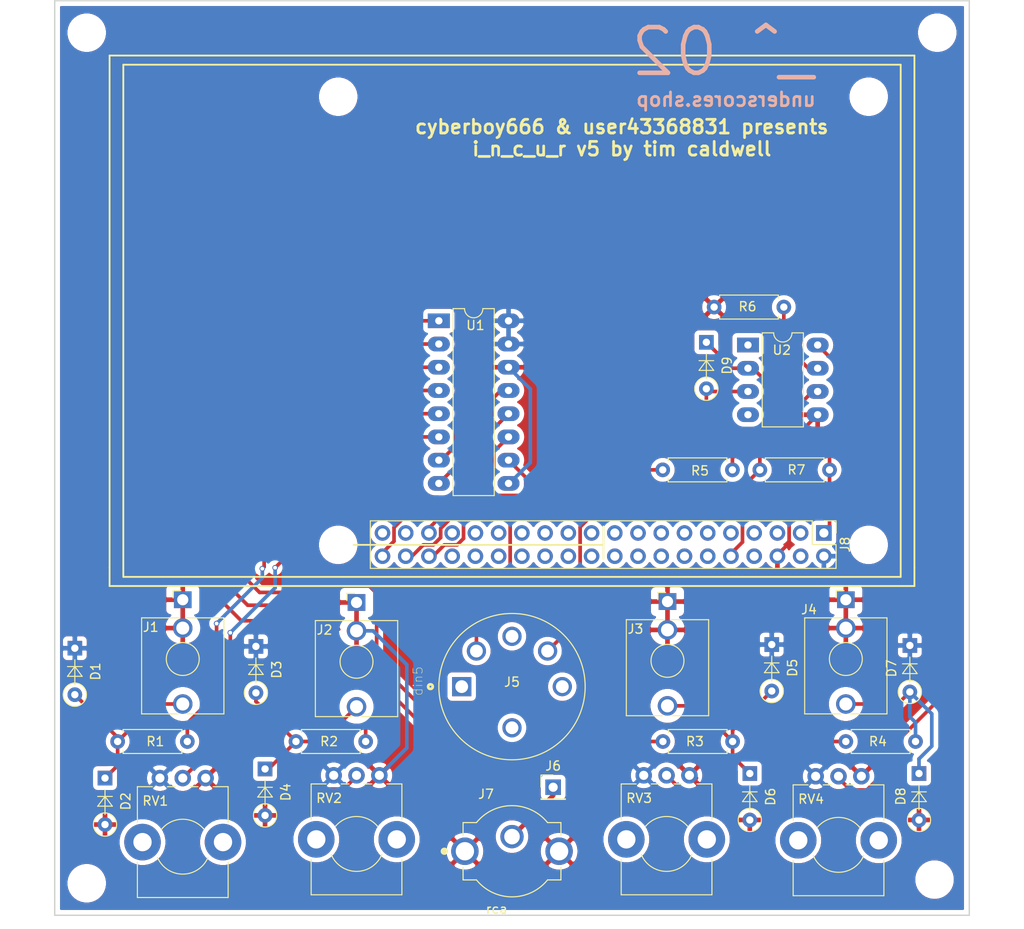
<source format=kicad_pcb>
(kicad_pcb (version 20171130) (host pcbnew 5.1.10)
  (title_block (title "i_n_c_u_r v5") (date 2019-06-01) (company "cyberboy666 & user43368831"))
  (layers (0 F.Cu signal) (31 B.Cu signal) (35 F.Paste user) (36 B.SilkS user) (37 F.SilkS user) (38 B.Mask user) (39 F.Mask user) (44 Edge.Cuts user))
  (net 0 "")
  (net 1 +5V)
  (net 2 "Net-(D1-Pad2)")
  (net 3 GND)
  (net 4 "Net-(D3-Pad2)")
  (net 5 "Net-(D5-Pad2)")
  (net 6 "Net-(D7-Pad2)")
  (net 7 "Net-(D9-Pad1)")
  (net 8 "Net-(D9-Pad2)")
  (net 9 "Net-(J5-Pad3)")
  (net 10 "Net-(J5-Pad1)")
  (net 11 "Net-(J5-Pad2)")
  (net 12 CLK)
  (net 13 D_OUT)
  (net 14 D_IN)
  (net 15 CS)
  (net 16 RX)
  (net 17 +3V3)
  (net 18 A_IN_0)
  (net 19 A_IN_1)
  (net 20 A_IN_2)
  (net 21 A_IN_3)
  (net 22 "Net-(R6-Pad2)")
  (net 23 A_IN_4)
  (net 24 A_IN_5)
  (net 25 A_IN_6)
  (net 26 A_IN_7)
  (net 27 "Net-(U2-Pad1)")
  (net 28 "Net-(U2-Pad4)")
  (net 29 "Net-(J6-Pad1)")
  (net 30 "Net-(J8-Pad3)")
  (net 31 "Net-(J8-Pad4)")
  (net 32 "Net-(J8-Pad5)")
  (net 33 "Net-(J8-Pad7)")
  (net 34 "Net-(J8-Pad8)")
  (net 35 "Net-(J8-Pad9)")
  (net 36 "Net-(J8-Pad11)")
  (net 37 "Net-(J8-Pad12)")
  (net 38 "Net-(J8-Pad13)")
  (net 39 "Net-(J8-Pad14)")
  (net 40 "Net-(J8-Pad15)")
  (net 41 "Net-(J8-Pad16)")
  (net 42 "Net-(J8-Pad17)")
  (net 43 "Net-(J8-Pad18)")
  (net 44 "Net-(J8-Pad19)")
  (net 45 "Net-(J8-Pad20)")
  (net 46 "Net-(J8-Pad21)")
  (net 47 "Net-(J8-Pad22)")
  (net 48 "Net-(J8-Pad23)")
  (net 49 "Net-(J8-Pad24)")
  (net 50 "Net-(J8-Pad25)")
  (net 51 "Net-(J8-Pad26)")
  (net 52 "Net-(J8-Pad27)")
  (net 53 "Net-(J8-Pad28)")
  (net 54 "Net-(J8-Pad29)")
  (net 55 "Net-(J8-Pad30)")
  (net 56 "Net-(J8-Pad31)")
  (net 57 "Net-(J8-Pad32)")
  (net 58 "Net-(J8-Pad33)")
  (net 59 "Net-(J8-Pad34)")
  (net 60 "Net-(J8-Pad37)")
  (net 61 "Net-(J8-Pad39)")
  (net 62 "Net-(J5-Pad4)")
  (module lib_fp:tht_vertical_din5 (layer F.Cu) (at 120 115 270)
    (fp_text reference J5 (at -0.5 0) (layer F.SilkS) (effects (font (size 1.00746 1.00746))))
    (fp_text value din5 (at -0.60531 10.288 90) (layer F.SilkS) (effects (font (size 1.00702 1.00702) (thickness 0.05))))
    (pad 5 thru_hole circle (at -3.89 -3.89 270) (size 2.1 2.1) (drill 1.4) (layers *.Cu *.Mask) (net 8 "Net-(D9-Pad2)"))
    (pad 4 thru_hole circle (at -3.89 3.89 270) (size 2.1 2.1) (drill 1.4) (layers *.Cu *.Mask) (net 62 "Net-(J5-Pad4)"))
    (pad S thru_hole circle (at 4.5 0 270) (size 2.1 2.1) (drill 1.4) (layers *.Cu *.Mask))
    (pad 2 thru_hole circle (at -5.5 0 270) (size 2.1 2.1) (drill 1.4) (layers *.Cu *.Mask) (net 11 "Net-(J5-Pad2)"))
    (pad 1 thru_hole rect (at 0 5.5 270) (size 2.1 2.1) (drill 1.4) (layers *.Cu *.Mask) (net 10 "Net-(J5-Pad1)"))
    (pad 3 thru_hole circle (at 0 -5.5 270) (size 2.1 2.1) (drill 1.4) (layers *.Cu *.Mask) (net 9 "Net-(J5-Pad3)"))
  )
  (module lib_fp:tht_rca_vertical (layer F.Cu) (at 120 133)
    (fp_text reference J7 (at -2.84404 -6.24388) (layer F.SilkS) (effects (font (size 1.00143 1.00143))))
    (fp_text value rca (at -1.67672 6.32154) (layer F.SilkS) (effects (font (size 1.00104 1.00104))))
    (pad 1 thru_hole circle (at 0 -1.6) (size 2.55 2.55) (drill 1.7) (layers *.Cu *.Mask) (net 29 "Net-(J6-Pad1)"))
    (pad 2 thru_hole circle (at 5.15 0) (size 3 3) (drill 2) (layers *.Cu *.Mask) (net 3 GND))
    (pad 2 thru_hole circle (at -5.15 0) (size 3 3) (drill 2) (layers *.Cu *.Mask) (net 3 GND))
  )
  (module lib_fp:tht_vertical_potentiometer (layer F.Cu) (at 81.5 125 270)
    (fp_text reference RV1 (at 2.5 0.5) (layer F.SilkS))
    (fp_text value 10k_pot)
    (pad 0 np_thru_hole circle (at 7 1.9 270) (size 4 4) (drill 2) (layers *.Cu *.Mask))
    (pad 0 np_thru_hole circle (at 7 -6.9 270) (size 4 4) (drill 2) (layers *.Cu *.Mask))
    (pad 1 thru_hole circle (at 0 0 270) (size 1.8 1.8) (drill 1) (layers *.Cu *.Mask) (net 1 +5V))
    (pad 2 thru_hole circle (at 0 -2.5 270) (size 1.8 1.8) (drill 1) (layers *.Cu *.Mask) (net 23 A_IN_4))
    (pad 3 thru_hole circle (at 0 -5 270) (size 1.8 1.8) (drill 1) (layers *.Cu *.Mask) (net 3 GND))
  )
  (module lib_fp:tht_vertical_potentiometer (layer F.Cu) (at 100.5 124.7 270)
    (fp_text reference RV2 (at 2.5 0.5) (layer F.SilkS))
    (fp_text value 10k_pot)
    (pad 0 np_thru_hole circle (at 7 1.9 270) (size 4 4) (drill 2) (layers *.Cu *.Mask))
    (pad 0 np_thru_hole circle (at 7 -6.9 270) (size 4 4) (drill 2) (layers *.Cu *.Mask))
    (pad 1 thru_hole circle (at 0 0 270) (size 1.8 1.8) (drill 1) (layers *.Cu *.Mask) (net 1 +5V))
    (pad 2 thru_hole circle (at 0 -2.5 270) (size 1.8 1.8) (drill 1) (layers *.Cu *.Mask) (net 24 A_IN_5))
    (pad 3 thru_hole circle (at 0 -5 270) (size 1.8 1.8) (drill 1) (layers *.Cu *.Mask) (net 3 GND))
  )
  (module lib_fp:tht_vertical_potentiometer (layer F.Cu) (at 134.4 124.7 270)
    (fp_text reference RV3 (at 2.5 0.5) (layer F.SilkS))
    (fp_text value 10k_pot)
    (pad 0 np_thru_hole circle (at 7 1.9 270) (size 4 4) (drill 2) (layers *.Cu *.Mask))
    (pad 0 np_thru_hole circle (at 7 -6.9 270) (size 4 4) (drill 2) (layers *.Cu *.Mask))
    (pad 1 thru_hole circle (at 0 0 270) (size 1.8 1.8) (drill 1) (layers *.Cu *.Mask) (net 1 +5V))
    (pad 2 thru_hole circle (at 0 -2.5 270) (size 1.8 1.8) (drill 1) (layers *.Cu *.Mask) (net 25 A_IN_6))
    (pad 3 thru_hole circle (at 0 -5 270) (size 1.8 1.8) (drill 1) (layers *.Cu *.Mask) (net 3 GND))
  )
  (module lib_fp:tht_vertical_potentiometer (layer F.Cu) (at 153.2 124.8 270)
    (fp_text reference RV4 (at 2.5 0.5) (layer F.SilkS))
    (fp_text value 10k_pot)
    (pad 0 np_thru_hole circle (at 7 1.9 270) (size 4 4) (drill 2) (layers *.Cu *.Mask))
    (pad 0 np_thru_hole circle (at 7 -6.9 270) (size 4 4) (drill 2) (layers *.Cu *.Mask))
    (pad 1 thru_hole circle (at 0 0 270) (size 1.8 1.8) (drill 1) (layers *.Cu *.Mask) (net 1 +5V))
    (pad 2 thru_hole circle (at 0 -2.5 270) (size 1.8 1.8) (drill 1) (layers *.Cu *.Mask) (net 26 A_IN_7))
    (pad 3 thru_hole circle (at 0 -5 270) (size 1.8 1.8) (drill 1) (layers *.Cu *.Mask) (net 3 GND))
  )
  (module lib_fp:Jack_3.5mm_QingPu_WQP-PJ398SM_Vertical_CircularHoles (layer F.Cu) (at 84 105.5)
    (fp_text reference J1 (at -3.5 3 180) (layer F.SilkS))
    (fp_text value mono_jack_3.5mm)
    (pad TN thru_hole circle (at 0 3.1 180) (size 2.13 2.13) (drill 1.42) (layers *.Cu *.Mask))
    (pad S thru_hole rect (at 0 0 180) (size 1.93 1.83) (drill 1.22) (layers *.Cu *.Mask))
    (pad T thru_hole circle (at 0 11.4 180) (size 2.13 2.13) (drill 1.43) (layers *.Cu *.Mask))
  )
  (module lib_fp:Jack_3.5mm_QingPu_WQP-PJ398SM_Vertical_CircularHoles (layer F.Cu) (at 103 105.8)
    (fp_text reference J2 (at -3.5 3 180) (layer F.SilkS))
    (fp_text value mono_jack_3.5mm)
    (pad TN thru_hole circle (at 0 3.1 180) (size 2.13 2.13) (drill 1.42) (layers *.Cu *.Mask))
    (pad S thru_hole rect (at 0 0 180) (size 1.93 1.83) (drill 1.22) (layers *.Cu *.Mask))
    (pad T thru_hole circle (at 0 11.4 180) (size 2.13 2.13) (drill 1.43) (layers *.Cu *.Mask))
  )
  (module lib_fp:Jack_3.5mm_QingPu_WQP-PJ398SM_Vertical_CircularHoles (layer F.Cu) (at 137 105.7)
    (fp_text reference J3 (at -3.5 3 180) (layer F.SilkS))
    (fp_text value mono_jack_3.5mm)
    (pad TN thru_hole circle (at 0 3.1 180) (size 2.13 2.13) (drill 1.42) (layers *.Cu *.Mask))
    (pad S thru_hole rect (at 0 0 180) (size 1.93 1.83) (drill 1.22) (layers *.Cu *.Mask))
    (pad T thru_hole circle (at 0 11.4 180) (size 2.13 2.13) (drill 1.43) (layers *.Cu *.Mask))
  )
  (module lib_fp:Jack_3.5mm_QingPu_WQP-PJ398SM_Vertical_CircularHoles (layer F.Cu) (at 156.5 105.5)
    (fp_text reference J4 (at -4.03 1.08 180) (layer F.SilkS))
    (fp_text value mono_jack_3.5mm)
    (pad TN thru_hole circle (at 0 3.1 180) (size 2.13 2.13) (drill 1.42) (layers *.Cu *.Mask))
    (pad S thru_hole rect (at 0 0 180) (size 1.93 1.83) (drill 1.22) (layers *.Cu *.Mask))
    (pad T thru_hole circle (at 0 11.4 180) (size 2.13 2.13) (drill 1.43) (layers *.Cu *.Mask))
  )
  (module Diodes_THT:D_DO-35_SOD27_P5.08mm_Vertical_KathodeUp (layer F.Cu) (at 72.2 110.8 270)
    (fp_text reference D1 (at 2.54 -2.266371 270) (layer F.SilkS))
    (fp_text value BAT46)
    (pad 1 thru_hole rect (at 0 0 270) (size 1.6 1.6) (drill 0.8) (layers *.Cu *.Mask) (net 1 +5V))
    (pad 2 thru_hole oval (at 5.08 0 270) (size 1.6 1.6) (drill 0.8) (layers *.Cu *.Mask) (net 2 "Net-(D1-Pad2)"))
  )
  (module Diodes_THT:D_DO-35_SOD27_P5.08mm_Vertical_KathodeUp (layer F.Cu) (at 75.5 125 270)
    (fp_text reference D2 (at 2.54 -2.266371 270) (layer F.SilkS))
    (fp_text value BAT46)
    (pad 1 thru_hole rect (at 0 0 270) (size 1.6 1.6) (drill 0.8) (layers *.Cu *.Mask) (net 2 "Net-(D1-Pad2)"))
    (pad 2 thru_hole oval (at 5.08 0 270) (size 1.6 1.6) (drill 0.8) (layers *.Cu *.Mask) (net 3 GND))
  )
  (module Diodes_THT:D_DO-35_SOD27_P5.08mm_Vertical_KathodeUp (layer F.Cu) (at 92 110.6 270)
    (fp_text reference D3 (at 2.54 -2.266371 270) (layer F.SilkS))
    (fp_text value BAT46)
    (pad 1 thru_hole rect (at 0 0 270) (size 1.6 1.6) (drill 0.8) (layers *.Cu *.Mask) (net 1 +5V))
    (pad 2 thru_hole oval (at 5.08 0 270) (size 1.6 1.6) (drill 0.8) (layers *.Cu *.Mask) (net 4 "Net-(D3-Pad2)"))
  )
  (module Diodes_THT:D_DO-35_SOD27_P5.08mm_Vertical_KathodeUp (layer F.Cu) (at 93 124 270)
    (fp_text reference D4 (at 2.54 -2.266371 270) (layer F.SilkS))
    (fp_text value BAT46)
    (pad 1 thru_hole rect (at 0 0 270) (size 1.6 1.6) (drill 0.8) (layers *.Cu *.Mask) (net 4 "Net-(D3-Pad2)"))
    (pad 2 thru_hole oval (at 5.08 0 270) (size 1.6 1.6) (drill 0.8) (layers *.Cu *.Mask) (net 3 GND))
  )
  (module Diodes_THT:D_DO-35_SOD27_P5.08mm_Vertical_KathodeUp (layer F.Cu) (at 148.4 110.4 270)
    (fp_text reference D5 (at 2.54 -2.266371 270) (layer F.SilkS))
    (fp_text value BAT46)
    (pad 1 thru_hole rect (at 0 0 270) (size 1.6 1.6) (drill 0.8) (layers *.Cu *.Mask) (net 1 +5V))
    (pad 2 thru_hole oval (at 5.08 0 270) (size 1.6 1.6) (drill 0.8) (layers *.Cu *.Mask) (net 5 "Net-(D5-Pad2)"))
  )
  (module Diodes_THT:D_DO-35_SOD27_P5.08mm_Vertical_KathodeUp (layer F.Cu) (at 146 124.5 270)
    (fp_text reference D6 (at 2.54 -2.266371 270) (layer F.SilkS))
    (fp_text value BAT46)
    (pad 1 thru_hole rect (at 0 0 270) (size 1.6 1.6) (drill 0.8) (layers *.Cu *.Mask) (net 5 "Net-(D5-Pad2)"))
    (pad 2 thru_hole oval (at 5.08 0 270) (size 1.6 1.6) (drill 0.8) (layers *.Cu *.Mask) (net 3 GND))
  )
  (module Diodes_THT:D_DO-35_SOD27_P5.08mm_Vertical_KathodeUp (layer F.Cu) (at 163.5 110.5 270)
    (fp_text reference D7 (at 2.5 2 270) (layer F.SilkS))
    (fp_text value BAT46)
    (pad 1 thru_hole rect (at 0 0 270) (size 1.6 1.6) (drill 0.8) (layers *.Cu *.Mask) (net 1 +5V))
    (pad 2 thru_hole oval (at 5.08 0 270) (size 1.6 1.6) (drill 0.8) (layers *.Cu *.Mask) (net 6 "Net-(D7-Pad2)"))
  )
  (module Diodes_THT:D_DO-35_SOD27_P5.08mm_Vertical_KathodeUp (layer F.Cu) (at 164.5 124.5 270)
    (fp_text reference D8 (at 2.5 2 270) (layer F.SilkS))
    (fp_text value BAT46)
    (pad 1 thru_hole rect (at 0 0 270) (size 1.6 1.6) (drill 0.8) (layers *.Cu *.Mask) (net 6 "Net-(D7-Pad2)"))
    (pad 2 thru_hole oval (at 5.08 0 270) (size 1.6 1.6) (drill 0.8) (layers *.Cu *.Mask) (net 3 GND))
  )
  (module Diodes_THT:D_DO-35_SOD27_P5.08mm_Vertical_KathodeUp (layer F.Cu) (at 141.25 77.35 270)
    (fp_text reference D9 (at 2.54 -2.266371 270) (layer F.SilkS))
    (fp_text value 1N4148)
    (pad 1 thru_hole rect (at 0 0 270) (size 1.6 1.6) (drill 0.8) (layers *.Cu *.Mask) (net 7 "Net-(D9-Pad1)"))
    (pad 2 thru_hole oval (at 5.08 0 270) (size 1.6 1.6) (drill 0.8) (layers *.Cu *.Mask) (net 8 "Net-(D9-Pad2)"))
  )
  (module Pin_Headers:Pin_Header_Straight_1x01_Pitch2.54mm (layer F.Cu) (at 124.5 126)
    (fp_text reference J6 (at 0 -2.33) (layer F.SilkS))
    (fp_text value Conn_01x01)
    (pad 1 thru_hole rect (at 0 0) (size 1.7 1.7) (drill 1) (layers *.Cu *.Mask) (net 29 "Net-(J6-Pad1)"))
  )
  (module Resistors_THT:R_Axial_DIN0207_L6.3mm_D2.5mm_P7.62mm_Horizontal (layer F.Cu) (at 84.5 121 180)
    (fp_text reference R1 (at 3.5 0 180) (layer F.SilkS))
    (fp_text value 1K)
    (pad 1 thru_hole circle (at 0 0 180) (size 1.6 1.6) (drill 0.8) (layers *.Cu *.Mask) (net 18 A_IN_0))
    (pad 2 thru_hole oval (at 7.62 0 180) (size 1.6 1.6) (drill 0.8) (layers *.Cu *.Mask) (net 2 "Net-(D1-Pad2)"))
  )
  (module Resistors_THT:R_Axial_DIN0207_L6.3mm_D2.5mm_P7.62mm_Horizontal (layer F.Cu) (at 104 121 180)
    (fp_text reference R2 (at 4 0 180) (layer F.SilkS))
    (fp_text value 1K)
    (pad 1 thru_hole circle (at 0 0 180) (size 1.6 1.6) (drill 0.8) (layers *.Cu *.Mask) (net 19 A_IN_1))
    (pad 2 thru_hole oval (at 7.62 0 180) (size 1.6 1.6) (drill 0.8) (layers *.Cu *.Mask) (net 4 "Net-(D3-Pad2)"))
  )
  (module Resistors_THT:R_Axial_DIN0207_L6.3mm_D2.5mm_P7.62mm_Horizontal (layer F.Cu) (at 136.5 121)
    (fp_text reference R3 (at 3.5 0) (layer F.SilkS))
    (fp_text value 1K)
    (pad 1 thru_hole circle (at 0 0) (size 1.6 1.6) (drill 0.8) (layers *.Cu *.Mask) (net 20 A_IN_2))
    (pad 2 thru_hole oval (at 7.62 0) (size 1.6 1.6) (drill 0.8) (layers *.Cu *.Mask) (net 5 "Net-(D5-Pad2)"))
  )
  (module Resistors_THT:R_Axial_DIN0207_L6.3mm_D2.5mm_P7.62mm_Horizontal (layer F.Cu) (at 156.5 121)
    (fp_text reference R4 (at 3.5 0) (layer F.SilkS))
    (fp_text value 1K)
    (pad 1 thru_hole circle (at 0 0) (size 1.6 1.6) (drill 0.8) (layers *.Cu *.Mask) (net 21 A_IN_3))
    (pad 2 thru_hole oval (at 7.62 0) (size 1.6 1.6) (drill 0.8) (layers *.Cu *.Mask) (net 6 "Net-(D7-Pad2)"))
  )
  (module Resistors_THT:R_Axial_DIN0207_L6.3mm_D2.5mm_P7.62mm_Horizontal (layer F.Cu) (at 144.1 91.3 180)
    (fp_text reference R5 (at 3.55 -0.1 180) (layer F.SilkS))
    (fp_text value 220)
    (pad 1 thru_hole circle (at 0 0 180) (size 1.6 1.6) (drill 0.8) (layers *.Cu *.Mask) (net 7 "Net-(D9-Pad1)"))
    (pad 2 thru_hole oval (at 7.62 0 180) (size 1.6 1.6) (drill 0.8) (layers *.Cu *.Mask) (net 62 "Net-(J5-Pad4)"))
  )
  (module Resistors_THT:R_Axial_DIN0207_L6.3mm_D2.5mm_P7.62mm_Horizontal (layer F.Cu) (at 142.1 73.5)
    (fp_text reference R6 (at 3.65 -0.05) (layer F.SilkS))
    (fp_text value 100K)
    (pad 1 thru_hole circle (at 0 0) (size 1.6 1.6) (drill 0.8) (layers *.Cu *.Mask) (net 3 GND))
    (pad 2 thru_hole oval (at 7.62 0) (size 1.6 1.6) (drill 0.8) (layers *.Cu *.Mask) (net 22 "Net-(R6-Pad2)"))
  )
  (module Resistors_THT:R_Axial_DIN0207_L6.3mm_D2.5mm_P7.62mm_Horizontal (layer F.Cu) (at 147.1 91.3)
    (fp_text reference R7 (at 4 0) (layer F.SilkS))
    (fp_text value 470)
    (pad 1 thru_hole circle (at 0 0) (size 1.6 1.6) (drill 0.8) (layers *.Cu *.Mask) (net 16 RX))
    (pad 2 thru_hole oval (at 7.62 0) (size 1.6 1.6) (drill 0.8) (layers *.Cu *.Mask) (net 17 +3V3))
  )
  (module Housings_DIP:DIP-16_W7.62mm_LongPads (layer F.Cu) (at 112 75)
    (fp_text reference U1 (at 4 0.5) (layer F.SilkS))
    (fp_text value MCP3008)
    (pad 1 thru_hole rect (at 0 0) (size 2.4 1.6) (drill 0.8) (layers *.Cu *.Mask) (net 18 A_IN_0))
    (pad 9 thru_hole oval (at 7.62 17.78) (size 2.4 1.6) (drill 0.8) (layers *.Cu *.Mask) (net 3 GND))
    (pad 2 thru_hole oval (at 0 2.54) (size 2.4 1.6) (drill 0.8) (layers *.Cu *.Mask) (net 19 A_IN_1))
    (pad 10 thru_hole oval (at 7.62 15.24) (size 2.4 1.6) (drill 0.8) (layers *.Cu *.Mask) (net 15 CS))
    (pad 3 thru_hole oval (at 0 5.08) (size 2.4 1.6) (drill 0.8) (layers *.Cu *.Mask) (net 20 A_IN_2))
    (pad 11 thru_hole oval (at 7.62 12.7) (size 2.4 1.6) (drill 0.8) (layers *.Cu *.Mask) (net 14 D_IN))
    (pad 4 thru_hole oval (at 0 7.62) (size 2.4 1.6) (drill 0.8) (layers *.Cu *.Mask) (net 21 A_IN_3))
    (pad 12 thru_hole oval (at 7.62 10.16) (size 2.4 1.6) (drill 0.8) (layers *.Cu *.Mask) (net 13 D_OUT))
    (pad 5 thru_hole oval (at 0 10.16) (size 2.4 1.6) (drill 0.8) (layers *.Cu *.Mask) (net 23 A_IN_4))
    (pad 13 thru_hole oval (at 7.62 7.62) (size 2.4 1.6) (drill 0.8) (layers *.Cu *.Mask) (net 12 CLK))
    (pad 6 thru_hole oval (at 0 12.7) (size 2.4 1.6) (drill 0.8) (layers *.Cu *.Mask) (net 24 A_IN_5))
    (pad 14 thru_hole oval (at 7.62 5.08) (size 2.4 1.6) (drill 0.8) (layers *.Cu *.Mask) (net 3 GND))
    (pad 7 thru_hole oval (at 0 15.24) (size 2.4 1.6) (drill 0.8) (layers *.Cu *.Mask) (net 25 A_IN_6))
    (pad 15 thru_hole oval (at 7.62 2.54) (size 2.4 1.6) (drill 0.8) (layers *.Cu *.Mask) (net 1 +5V))
    (pad 8 thru_hole oval (at 0 17.78) (size 2.4 1.6) (drill 0.8) (layers *.Cu *.Mask) (net 26 A_IN_7))
    (pad 16 thru_hole oval (at 7.62 0) (size 2.4 1.6) (drill 0.8) (layers *.Cu *.Mask) (net 1 +5V))
  )
  (module Housings_DIP:DIP-8_W7.62mm_LongPads (layer F.Cu) (at 145.8 77.65)
    (fp_text reference U2 (at 3.7 0.55) (layer F.SilkS))
    (fp_text value 6N138)
    (pad 1 thru_hole rect (at 0 0) (size 2.4 1.6) (drill 0.8) (layers *.Cu *.Mask) (net 27 "Net-(U2-Pad1)"))
    (pad 5 thru_hole oval (at 7.62 7.62) (size 2.4 1.6) (drill 0.8) (layers *.Cu *.Mask) (net 3 GND))
    (pad 2 thru_hole oval (at 0 2.54) (size 2.4 1.6) (drill 0.8) (layers *.Cu *.Mask) (net 7 "Net-(D9-Pad1)"))
    (pad 6 thru_hole oval (at 7.62 5.08) (size 2.4 1.6) (drill 0.8) (layers *.Cu *.Mask) (net 16 RX))
    (pad 3 thru_hole oval (at 0 5.08) (size 2.4 1.6) (drill 0.8) (layers *.Cu *.Mask) (net 8 "Net-(D9-Pad2)"))
    (pad 7 thru_hole oval (at 7.62 2.54) (size 2.4 1.6) (drill 0.8) (layers *.Cu *.Mask) (net 22 "Net-(R6-Pad2)"))
    (pad 4 thru_hole oval (at 0 7.62) (size 2.4 1.6) (drill 0.8) (layers *.Cu *.Mask) (net 28 "Net-(U2-Pad4)"))
    (pad 8 thru_hole oval (at 7.62 0) (size 2.4 1.6) (drill 0.8) (layers *.Cu *.Mask) (net 17 +3V3))
  )
  (module Mounting_Holes:MountingHole_3.2mm_M3 (layer F.Cu) (at 73.5 43.5)
    (fp_text reference REF** hide)
    (fp_text value MountingHole_3.2mm_M3)
    (pad 1 np_thru_hole circle (at 0 0) (size 3.2 3.2) (drill 3.2) (layers *.Cu *.Mask))
  )
  (module Mounting_Holes:MountingHole_3.2mm_M3 (layer F.Cu) (at 166.5 43.5)
    (fp_text reference REF** hide)
    (fp_text value MountingHole_3.2mm_M3)
    (pad 1 np_thru_hole circle (at 0 0) (size 3.2 3.2) (drill 3.2) (layers *.Cu *.Mask))
  )
  (module Mounting_Holes:MountingHole_3.2mm_M3 (layer F.Cu) (at 73.5 136.5)
    (fp_text reference REF** hide)
    (fp_text value MountingHole_3.2mm_M3)
    (pad 1 np_thru_hole circle (at 0 0) (size 3.2 3.2) (drill 3.2) (layers *.Cu *.Mask))
  )
  (module Mounting_Holes:MountingHole_3.2mm_M3 (layer F.Cu) (at 166.2 136.1)
    (fp_text reference REF** hide)
    (fp_text value MountingHole_3.2mm_M3)
    (pad 1 np_thru_hole circle (at 0 0) (size 3.2 3.2) (drill 3.2) (layers *.Cu *.Mask))
  )
  (module Mounting_Holes:MountingHole_3.2mm_M3 (layer F.Cu) (at 101 50.5)
    (fp_text reference REF** hide)
    (fp_text value MountingHole_3.2mm)
    (pad 1 np_thru_hole circle (at 0 0) (size 3.2 3.2) (drill 3.2) (layers *.Cu *.Mask))
  )
  (module Mounting_Holes:MountingHole_3.2mm_M3 (layer F.Cu) (at 159 50.5)
    (fp_text reference REF** hide)
    (fp_text value MountingHole_3.2mm)
    (pad 1 np_thru_hole circle (at 0 0) (size 3.2 3.2) (drill 3.2) (layers *.Cu *.Mask))
  )
  (module Mounting_Holes:MountingHole_3.2mm_M3 (layer F.Cu) (at 159 99.5)
    (fp_text reference REF** hide)
    (fp_text value MountingHole_3.2mm)
    (pad 1 np_thru_hole circle (at 0 0) (size 3.2 3.2) (drill 3.2) (layers *.Cu *.Mask))
  )
  (module Mounting_Holes:MountingHole_3.2mm_M3 (layer F.Cu) (at 101 99.5)
    (fp_text reference REF** hide)
    (fp_text value MountingHole_3.2mm)
    (pad 1 np_thru_hole circle (at 0 0) (size 3.2 3.2) (drill 3.2) (layers *.Cu *.Mask))
  )
  (module Connector_PinHeader_2.54mm:PinHeader_2x20_P2.54mm_Vertical (layer F.Cu) (at 154.1 98.2 270)
    (fp_text reference J8 (at 1.27 -2.33 90) (layer F.SilkS))
    (fp_text value 2x20_Extra_Tall_Header)
    (pad 1 thru_hole rect (at 0 0 270) (size 1.7 1.7) (drill 1) (layers *.Cu *.Mask) (net 17 +3V3))
    (pad 2 thru_hole oval (at 2.54 0 270) (size 1.7 1.7) (drill 1) (layers *.Cu *.Mask) (net 1 +5V))
    (pad 3 thru_hole oval (at 0 2.54 270) (size 1.7 1.7) (drill 1) (layers *.Cu *.Mask) (net 30 "Net-(J8-Pad3)"))
    (pad 4 thru_hole oval (at 2.54 2.54 270) (size 1.7 1.7) (drill 1) (layers *.Cu *.Mask) (net 31 "Net-(J8-Pad4)"))
    (pad 5 thru_hole oval (at 0 5.08 270) (size 1.7 1.7) (drill 1) (layers *.Cu *.Mask) (net 32 "Net-(J8-Pad5)"))
    (pad 6 thru_hole oval (at 2.54 5.08 270) (size 1.7 1.7) (drill 1) (layers *.Cu *.Mask) (net 3 GND))
    (pad 7 thru_hole oval (at 0 7.62 270) (size 1.7 1.7) (drill 1) (layers *.Cu *.Mask) (net 33 "Net-(J8-Pad7)"))
    (pad 8 thru_hole oval (at 2.54 7.62 270) (size 1.7 1.7) (drill 1) (layers *.Cu *.Mask) (net 34 "Net-(J8-Pad8)"))
    (pad 9 thru_hole oval (at 0 10.16 270) (size 1.7 1.7) (drill 1) (layers *.Cu *.Mask) (net 35 "Net-(J8-Pad9)"))
    (pad 10 thru_hole oval (at 2.54 10.16 270) (size 1.7 1.7) (drill 1) (layers *.Cu *.Mask) (net 16 RX))
    (pad 11 thru_hole oval (at 0 12.7 270) (size 1.7 1.7) (drill 1) (layers *.Cu *.Mask) (net 36 "Net-(J8-Pad11)"))
    (pad 12 thru_hole oval (at 2.54 12.7 270) (size 1.7 1.7) (drill 1) (layers *.Cu *.Mask) (net 37 "Net-(J8-Pad12)"))
    (pad 13 thru_hole oval (at 0 15.24 270) (size 1.7 1.7) (drill 1) (layers *.Cu *.Mask) (net 38 "Net-(J8-Pad13)"))
    (pad 14 thru_hole oval (at 2.54 15.24 270) (size 1.7 1.7) (drill 1) (layers *.Cu *.Mask) (net 39 "Net-(J8-Pad14)"))
    (pad 15 thru_hole oval (at 0 17.78 270) (size 1.7 1.7) (drill 1) (layers *.Cu *.Mask) (net 40 "Net-(J8-Pad15)"))
    (pad 16 thru_hole oval (at 2.54 17.78 270) (size 1.7 1.7) (drill 1) (layers *.Cu *.Mask) (net 41 "Net-(J8-Pad16)"))
    (pad 17 thru_hole oval (at 0 20.32 270) (size 1.7 1.7) (drill 1) (layers *.Cu *.Mask) (net 42 "Net-(J8-Pad17)"))
    (pad 18 thru_hole oval (at 2.54 20.32 270) (size 1.7 1.7) (drill 1) (layers *.Cu *.Mask) (net 43 "Net-(J8-Pad18)"))
    (pad 19 thru_hole oval (at 0 22.86 270) (size 1.7 1.7) (drill 1) (layers *.Cu *.Mask) (net 44 "Net-(J8-Pad19)"))
    (pad 20 thru_hole oval (at 2.54 22.86 270) (size 1.7 1.7) (drill 1) (layers *.Cu *.Mask) (net 45 "Net-(J8-Pad20)"))
    (pad 21 thru_hole oval (at 0 25.4 270) (size 1.7 1.7) (drill 1) (layers *.Cu *.Mask) (net 46 "Net-(J8-Pad21)"))
    (pad 22 thru_hole oval (at 2.54 25.4 270) (size 1.7 1.7) (drill 1) (layers *.Cu *.Mask) (net 47 "Net-(J8-Pad22)"))
    (pad 23 thru_hole oval (at 0 27.94 270) (size 1.7 1.7) (drill 1) (layers *.Cu *.Mask) (net 48 "Net-(J8-Pad23)"))
    (pad 24 thru_hole oval (at 2.54 27.94 270) (size 1.7 1.7) (drill 1) (layers *.Cu *.Mask) (net 49 "Net-(J8-Pad24)"))
    (pad 25 thru_hole oval (at 0 30.48 270) (size 1.7 1.7) (drill 1) (layers *.Cu *.Mask) (net 50 "Net-(J8-Pad25)"))
    (pad 26 thru_hole oval (at 2.54 30.48 270) (size 1.7 1.7) (drill 1) (layers *.Cu *.Mask) (net 51 "Net-(J8-Pad26)"))
    (pad 27 thru_hole oval (at 0 33.02 270) (size 1.7 1.7) (drill 1) (layers *.Cu *.Mask) (net 52 "Net-(J8-Pad27)"))
    (pad 28 thru_hole oval (at 2.54 33.02 270) (size 1.7 1.7) (drill 1) (layers *.Cu *.Mask) (net 53 "Net-(J8-Pad28)"))
    (pad 29 thru_hole oval (at 0 35.56 270) (size 1.7 1.7) (drill 1) (layers *.Cu *.Mask) (net 54 "Net-(J8-Pad29)"))
    (pad 30 thru_hole oval (at 2.54 35.56 270) (size 1.7 1.7) (drill 1) (layers *.Cu *.Mask) (net 55 "Net-(J8-Pad30)"))
    (pad 31 thru_hole oval (at 0 38.1 270) (size 1.7 1.7) (drill 1) (layers *.Cu *.Mask) (net 56 "Net-(J8-Pad31)"))
    (pad 32 thru_hole oval (at 2.54 38.1 270) (size 1.7 1.7) (drill 1) (layers *.Cu *.Mask) (net 57 "Net-(J8-Pad32)"))
    (pad 33 thru_hole oval (at 0 40.64 270) (size 1.7 1.7) (drill 1) (layers *.Cu *.Mask) (net 58 "Net-(J8-Pad33)"))
    (pad 34 thru_hole oval (at 2.54 40.64 270) (size 1.7 1.7) (drill 1) (layers *.Cu *.Mask) (net 59 "Net-(J8-Pad34)"))
    (pad 35 thru_hole oval (at 0 43.18 270) (size 1.7 1.7) (drill 1) (layers *.Cu *.Mask) (net 13 D_OUT))
    (pad 36 thru_hole oval (at 2.54 43.18 270) (size 1.7 1.7) (drill 1) (layers *.Cu *.Mask) (net 15 CS))
    (pad 37 thru_hole oval (at 0 45.72 270) (size 1.7 1.7) (drill 1) (layers *.Cu *.Mask) (net 60 "Net-(J8-Pad37)"))
    (pad 38 thru_hole oval (at 2.54 45.72 270) (size 1.7 1.7) (drill 1) (layers *.Cu *.Mask) (net 14 D_IN))
    (pad 39 thru_hole oval (at 0 48.26 270) (size 1.7 1.7) (drill 1) (layers *.Cu *.Mask) (net 61 "Net-(J8-Pad39)"))
    (pad 40 thru_hole oval (at 2.54 48.26 270) (size 1.7 1.7) (drill 1) (layers *.Cu *.Mask) (net 12 CLK))
  )
  (gr_text "_^ 02" (at 143 45.6) (layer B.SilkS) (effects (font (size 5 5) (thickness 0.5)) (justify mirror)))
  (gr_text underscores.shop (at 143.4 50.8) (layer B.SilkS) (effects (font (size 1.5 1.5) (thickness 0.3)) (justify mirror)))
  (gr_text "cyberboy666 & user43368831 presents\ni_n_c_u_r v5 by tim caldwell" (at 132 55) (layer F.SilkS) (effects (font (size 1.5 1.5) (thickness 0.3))))
  (gr_line (start 130 97.5) (end 130 101) (angle 90) (layer F.SilkS) (width 0.2))
  (gr_line (start 130 99.5) (end 130 97.5) (angle 90) (layer F.SilkS) (width 0.2))
  (gr_line (start 130 99.5) (end 101 99.5) (angle 90) (layer F.SilkS) (width 0.2))
  (gr_line (start 162.5 47) (end 77.5 47) (angle 90) (layer F.SilkS) (width 0.2))
  (gr_line (start 162.5 103) (end 162.5 47) (angle 90) (layer F.SilkS) (width 0.2))
  (gr_line (start 77.5 103) (end 162.5 103) (angle 90) (layer F.SilkS) (width 0.2))
  (gr_line (start 77.5 47) (end 77.5 103) (angle 90) (layer F.SilkS) (width 0.2))
  (gr_line (start 164 104) (end 164 102) (angle 90) (layer F.SilkS) (width 0.2))
  (gr_line (start 76 104) (end 164 104) (angle 90) (layer F.SilkS) (width 0.2))
  (gr_line (start 76 102) (end 76 104) (angle 90) (layer F.SilkS) (width 0.2))
  (gr_line (start 76 102) (end 76 46) (angle 90) (layer F.SilkS) (width 0.2))
  (gr_line (start 164 46) (end 164 102) (angle 90) (layer F.SilkS) (width 0.2))
  (gr_line (start 76 46) (end 164 46) (angle 90) (layer F.SilkS) (width 0.2))
  (gr_line (start 70 140) (end 70 40) (angle 90) (layer Edge.Cuts) (width 0.15))
  (gr_line (start 170 140) (end 70 140) (angle 90) (layer Edge.Cuts) (width 0.15))
  (gr_line (start 170 40) (end 170 140) (angle 90) (layer Edge.Cuts) (width 0.15))
  (gr_line (start 70 40) (end 170 40) (angle 90) (layer Edge.Cuts) (width 0.15))
  (segment (start 100.5 125) (end 100.38 125) (width 0.5) (layer F.Cu) (net 1))
  (segment (start 76.88 121) (end 76.88 123.62) (width 0.4) (layer F.Cu) (net 2))
  (segment (start 76.88 123.62) (end 75.5 125) (width 0.4) (layer F.Cu) (net 2))
  (segment (start 76.88 121) (end 76.88 120.56) (width 0.4) (layer F.Cu) (net 2))
  (segment (start 76.88 120.56) (end 72.2 115.88) (width 0.4) (layer F.Cu) (net 2))
  (segment (start 84 116.9) (end 80.98 116.9) (width 0.4) (layer F.Cu) (net 2))
  (segment (start 80.98 116.9) (end 76.88 121) (width 0.4) (layer F.Cu) (net 2))
  (segment (start 119.62 92.78) (end 119.72 92.78) (width 0.4) (layer B.Cu) (net 3))
  (segment (start 119.72 92.78) (end 122 90.5) (width 0.4) (layer B.Cu) (net 3))
  (segment (start 122 90.5) (end 122 82.46) (width 0.4) (layer B.Cu) (net 3))
  (segment (start 122 82.46) (end 119.62 80.08) (width 0.4) (layer B.Cu) (net 3))
  (segment (start 149.02 100.74) (end 149.02 100.58) (width 0.4) (layer F.Cu) (net 3))
  (segment (start 149.02 100.58) (end 150.3 99.3) (width 0.4) (layer F.Cu) (net 3))
  (segment (start 150.3 99.3) (end 150.3 88.39) (width 0.4) (layer F.Cu) (net 3))
  (segment (start 150.3 88.39) (end 153.42 85.27) (width 0.4) (layer F.Cu) (net 3))
  (segment (start 103 108.9) (end 104.8 108.9) (width 0.4) (layer B.Cu) (net 3))
  (segment (start 108.5 121.7) (end 105.5 124.7) (width 0.4) (layer B.Cu) (net 3))
  (segment (start 108.5 112.6) (end 108.5 121.7) (width 0.4) (layer B.Cu) (net 3))
  (segment (start 104.8 108.9) (end 108.5 112.6) (width 0.4) (layer B.Cu) (net 3))
  (segment (start 149.08 100.8) (end 149.08 100.28) (width 0.4) (layer F.Cu) (net 3))
  (segment (start 149.08 100.8) (end 148.7 100.8) (width 0.4) (layer F.Cu) (net 3))
  (segment (start 149.08 100.8) (end 149.08 101.08) (width 0.5) (layer F.Cu) (net 3))
  (segment (start 149.08 100.8) (end 149.3 100.8) (width 0.5) (layer F.Cu) (net 3))
  (segment (start 139.5 125) (end 140.12 125) (width 0.5) (layer F.Cu) (net 3))
  (segment (start 96.38 121) (end 99.2 121) (width 0.4) (layer F.Cu) (net 4))
  (segment (start 99.2 121) (end 103 117.2) (width 0.4) (layer F.Cu) (net 4))
  (segment (start 93 124) (end 93.38 124) (width 0.4) (layer F.Cu) (net 4))
  (segment (start 93.38 124) (end 96.38 121) (width 0.4) (layer F.Cu) (net 4))
  (segment (start 92 115.68) (end 92 116.62) (width 0.4) (layer F.Cu) (net 4))
  (segment (start 92 116.62) (end 96.38 121) (width 0.4) (layer F.Cu) (net 4))
  (segment (start 144.12 121) (end 144.12 119.76) (width 0.4) (layer F.Cu) (net 5))
  (segment (start 144.12 119.76) (end 148.4 115.48) (width 0.4) (layer F.Cu) (net 5))
  (segment (start 144.12 121) (end 144.12 122.62) (width 0.4) (layer F.Cu) (net 5))
  (segment (start 144.12 122.62) (end 146 124.5) (width 0.4) (layer F.Cu) (net 5))
  (segment (start 137 117.1) (end 140.22 117.1) (width 0.4) (layer F.Cu) (net 5))
  (segment (start 140.22 117.1) (end 144.12 121) (width 0.4) (layer F.Cu) (net 5))
  (segment (start 164.12 121) (end 164.12 118.92) (width 0.4) (layer B.Cu) (net 6))
  (segment (start 163.5 118.3) (end 163.5 115.58) (width 0.4) (layer B.Cu) (net 6))
  (segment (start 164.12 118.92) (end 163.5 118.3) (width 0.4) (layer B.Cu) (net 6))
  (segment (start 164.5 124.5) (end 164.5 122.9) (width 0.4) (layer B.Cu) (net 6))
  (segment (start 165.9 117.98) (end 163.5 115.58) (width 0.4) (layer B.Cu) (net 6))
  (segment (start 165.9 121.5) (end 165.9 117.98) (width 0.4) (layer B.Cu) (net 6))
  (segment (start 164.5 122.9) (end 165.9 121.5) (width 0.4) (layer B.Cu) (net 6))
  (segment (start 156.5 116.9) (end 162.18 116.9) (width 0.4) (layer F.Cu) (net 6))
  (segment (start 162.18 116.9) (end 163.5 115.58) (width 0.4) (layer F.Cu) (net 6))
  (segment (start 145.8 80.19) (end 146.34 80.19) (width 0.4) (layer F.Cu) (net 7))
  (segment (start 146.34 80.19) (end 148.2 82.05) (width 0.4) (layer F.Cu) (net 7))
  (segment (start 144.1 90) (end 144.1 91.3) (width 0.4) (layer F.Cu) (net 7))
  (segment (start 148.2 85.9) (end 144.1 90) (width 0.4) (layer F.Cu) (net 7))
  (segment (start 148.2 82.05) (end 148.2 85.9) (width 0.4) (layer F.Cu) (net 7))
  (segment (start 145.8 80.19) (end 144.09 80.19) (width 0.4) (layer F.Cu) (net 7))
  (segment (start 144.09 80.19) (end 141.25 77.35) (width 0.4) (layer F.Cu) (net 7))
  (segment (start 141.25 82.43) (end 141.25 91.1) (width 0.4) (layer F.Cu) (net 8))
  (segment (start 127.45 107.55) (end 123.89 111.11) (width 0.4) (layer F.Cu) (net 8))
  (segment (start 127.45 97.55) (end 127.45 107.55) (width 0.4) (layer F.Cu) (net 8))
  (segment (start 129.55 95.45) (end 127.45 97.55) (width 0.4) (layer F.Cu) (net 8))
  (segment (start 136.9 95.45) (end 129.55 95.45) (width 0.4) (layer F.Cu) (net 8))
  (segment (start 141.25 91.1) (end 136.9 95.45) (width 0.4) (layer F.Cu) (net 8))
  (segment (start 145.8 82.73) (end 141.55 82.73) (width 0.4) (layer F.Cu) (net 8))
  (segment (start 141.55 82.73) (end 141.25 82.43) (width 0.4) (layer F.Cu) (net 8))
  (segment (start 141.55 82.73) (end 141.25 82.43) (width 0.4) (layer F.Cu) (net 8))
  (segment (start 120 109.5) (end 120 110.25) (width 0.4) (layer B.Cu) (net 11))
  (segment (start 105.84 100.74) (end 105.84 100.36) (width 0.4) (layer F.Cu) (net 12))
  (segment (start 105.84 100.36) (end 107.1 99.1) (width 0.4) (layer F.Cu) (net 12))
  (segment (start 107.1 99.1) (end 107.1 97.6) (width 0.4) (layer F.Cu) (net 12))
  (segment (start 107.1 97.6) (end 108.2 96.5) (width 0.4) (layer F.Cu) (net 12))
  (segment (start 108.2 96.5) (end 110.8 96.5) (width 0.4) (layer F.Cu) (net 12))
  (segment (start 110.8 96.5) (end 115 92.3) (width 0.4) (layer F.Cu) (net 12))
  (segment (start 115 92.3) (end 116 91.3) (width 0.4) (layer F.Cu) (net 12))
  (segment (start 116 91.3) (end 116 87.2) (width 0.4) (layer F.Cu) (net 12))
  (segment (start 116 87.2) (end 117.8 85.4) (width 0.4) (layer F.Cu) (net 12))
  (segment (start 117.8 85.4) (end 117.8 83.6) (width 0.4) (layer F.Cu) (net 12))
  (segment (start 117.8 83.6) (end 118.78 82.62) (width 0.4) (layer F.Cu) (net 12))
  (segment (start 118.78 82.62) (end 119.62 82.62) (width 0.4) (layer F.Cu) (net 12))
  (segment (start 105.9 100.8) (end 105.9 100.25) (width 0.4) (layer B.Cu) (net 12))
  (segment (start 110.92 98.2) (end 110.92 97.68) (width 0.4) (layer F.Cu) (net 13))
  (segment (start 110.92 97.68) (end 117.1 91.5) (width 0.4) (layer F.Cu) (net 13))
  (segment (start 117.1 91.5) (end 117.1 87.68) (width 0.4) (layer F.Cu) (net 13))
  (segment (start 117.1 87.68) (end 119.62 85.16) (width 0.4) (layer F.Cu) (net 13))
  (segment (start 108.38 100.74) (end 109.06 100.74) (width 0.4) (layer F.Cu) (net 14))
  (segment (start 109.06 100.74) (end 110.3 99.5) (width 0.4) (layer F.Cu) (net 14))
  (segment (start 110.3 99.5) (end 111.4 99.5) (width 0.4) (layer F.Cu) (net 14))
  (segment (start 111.4 99.5) (end 112.2 98.7) (width 0.4) (layer F.Cu) (net 14))
  (segment (start 112.2 98.7) (end 112.2 97.7) (width 0.4) (layer F.Cu) (net 14))
  (segment (start 112.2 97.7) (end 118 91.9) (width 0.4) (layer F.Cu) (net 14))
  (segment (start 118 91.9) (end 118 89.32) (width 0.4) (layer F.Cu) (net 14))
  (segment (start 118 89.32) (end 119.62 87.7) (width 0.4) (layer F.Cu) (net 14))
  (segment (start 117.3 94.1) (end 120.9 94.1) (width 0.4) (layer F.Cu) (net 15))
  (segment (start 112.6 99.5) (end 114 99.5) (width 0.4) (layer F.Cu) (net 15))
  (segment (start 114 99.5) (end 114.7 98.8) (width 0.4) (layer F.Cu) (net 15))
  (segment (start 114.7 98.8) (end 114.7 96.7) (width 0.4) (layer F.Cu) (net 15))
  (segment (start 114.7 96.7) (end 117.3 94.1) (width 0.4) (layer F.Cu) (net 15))
  (segment (start 111.36 100.74) (end 112.6 99.5) (width 0.4) (layer F.Cu) (net 15))
  (segment (start 121.5 92.12) (end 119.62 90.24) (width 0.4) (layer F.Cu) (net 15))
  (segment (start 121.5 93.5) (end 121.5 92.12) (width 0.4) (layer F.Cu) (net 15))
  (segment (start 120.9 94.1) (end 121.5 93.5) (width 0.4) (layer F.Cu) (net 15))
  (segment (start 110.92 100.74) (end 111.36 100.74) (width 0.4) (layer F.Cu) (net 15))
  (segment (start 110.92 100.74) (end 111.14 100.74) (width 0.4) (layer F.Cu) (net 15))
  (segment (start 110.92 100.74) (end 110.92 100.58) (width 0.4) (layer F.Cu) (net 15))
  (segment (start 147.1 91.3) (end 147.1 88.5) (width 0.4) (layer F.Cu) (net 16))
  (segment (start 147.1 88.5) (end 152.87 82.73) (width 0.4) (layer F.Cu) (net 16))
  (segment (start 152.87 82.73) (end 153.42 82.73) (width 0.4) (layer F.Cu) (net 16))
  (segment (start 143.94 100.74) (end 143.94 100.46) (width 0.4) (layer F.Cu) (net 16))
  (segment (start 143.94 100.46) (end 145.2 99.2) (width 0.4) (layer F.Cu) (net 16))
  (segment (start 145.2 93.2) (end 147.1 91.3) (width 0.4) (layer F.Cu) (net 16))
  (segment (start 145.2 99.2) (end 145.2 93.2) (width 0.4) (layer F.Cu) (net 16))
  (segment (start 143.94 100.74) (end 143.96 100.74) (width 0.4) (layer F.Cu) (net 16))
  (segment (start 154.72 91.3) (end 154.72 87.78) (width 0.4) (layer F.Cu) (net 17))
  (segment (start 155.8 80.03) (end 153.42 77.65) (width 0.4) (layer F.Cu) (net 17))
  (segment (start 155.8 86.7) (end 155.8 80.03) (width 0.4) (layer F.Cu) (net 17))
  (segment (start 154.72 87.78) (end 155.8 86.7) (width 0.4) (layer F.Cu) (net 17))
  (segment (start 154.72 91.3) (end 154.72 97.58) (width 0.4) (layer F.Cu) (net 17))
  (segment (start 154.72 97.58) (end 154.1 98.2) (width 0.4) (layer F.Cu) (net 17))
  (segment (start 154.16 98.26) (end 154.16 97.66) (width 0.4) (layer F.Cu) (net 17))
  (segment (start 153.42 77.65) (end 153.15 77.65) (width 0.4) (layer B.Cu) (net 17))
  (segment (start 84.5 121) (end 84.5 119) (width 0.4) (layer F.Cu) (net 18))
  (segment (start 100.7 75) (end 112 75) (width 0.4) (layer F.Cu) (net 18))
  (segment (start 86.5 89.2) (end 100.7 75) (width 0.4) (layer F.Cu) (net 18))
  (segment (start 86.5 117) (end 86.5 89.2) (width 0.4) (layer F.Cu) (net 18))
  (segment (start 84.5 119) (end 86.5 117) (width 0.4) (layer F.Cu) (net 18))
  (segment (start 104 121) (end 104 119.2) (width 0.4) (layer F.Cu) (net 19))
  (segment (start 100.46 77.54) (end 112 77.54) (width 0.4) (layer F.Cu) (net 19))
  (segment (start 88 90) (end 100.46 77.54) (width 0.4) (layer F.Cu) (net 19))
  (segment (start 88 105.4) (end 88 90) (width 0.4) (layer F.Cu) (net 19))
  (segment (start 90.4 107.8) (end 88 105.4) (width 0.4) (layer F.Cu) (net 19))
  (segment (start 97.1 107.8) (end 90.4 107.8) (width 0.4) (layer F.Cu) (net 19))
  (segment (start 105.9 116.6) (end 97.1 107.8) (width 0.4) (layer F.Cu) (net 19))
  (segment (start 105.9 117.3) (end 105.9 116.6) (width 0.4) (layer F.Cu) (net 19))
  (segment (start 104 119.2) (end 105.9 117.3) (width 0.4) (layer F.Cu) (net 19))
  (segment (start 100.52 80.08) (end 112 80.08) (width 0.4) (layer F.Cu) (net 20))
  (segment (start 89.7 90.9) (end 100.52 80.08) (width 0.4) (layer F.Cu) (net 20))
  (segment (start 89.7 104.7) (end 89.7 90.9) (width 0.4) (layer F.Cu) (net 20))
  (segment (start 91.1 106.1) (end 89.7 104.7) (width 0.4) (layer F.Cu) (net 20))
  (segment (start 97.1 106.1) (end 91.1 106.1) (width 0.4) (layer F.Cu) (net 20))
  (segment (start 112.3 121.3) (end 97.1 106.1) (width 0.4) (layer F.Cu) (net 20))
  (segment (start 113 121.3) (end 112.3 121.3) (width 0.4) (layer F.Cu) (net 20))
  (segment (start 122.5 121.3) (end 113 121.3) (width 0.4) (layer F.Cu) (net 20))
  (segment (start 122.8 121) (end 122.5 121.3) (width 0.4) (layer F.Cu) (net 20))
  (segment (start 136.5 121) (end 122.8 121) (width 0.4) (layer F.Cu) (net 20))
  (segment (start 136.5 121) (end 136.5 120.5) (width 0.5) (layer F.Cu) (net 20))
  (segment (start 156.5 121) (end 154.8 121) (width 0.4) (layer F.Cu) (net 21))
  (segment (start 101.38 82.62) (end 112 82.62) (width 0.4) (layer F.Cu) (net 21))
  (segment (start 91.2 92.8) (end 101.38 82.62) (width 0.4) (layer F.Cu) (net 21))
  (segment (start 91.2 103.5) (end 91.2 92.8) (width 0.4) (layer F.Cu) (net 21))
  (segment (start 92.4 104.7) (end 91.2 103.5) (width 0.4) (layer F.Cu) (net 21))
  (segment (start 96.2 104.7) (end 92.4 104.7) (width 0.4) (layer F.Cu) (net 21))
  (segment (start 97.4 103.5) (end 96.2 104.7) (width 0.4) (layer F.Cu) (net 21))
  (segment (start 103.9 103.5) (end 97.4 103.5) (width 0.4) (layer F.Cu) (net 21))
  (segment (start 105.2 104.8) (end 103.9 103.5) (width 0.4) (layer F.Cu) (net 21))
  (segment (start 105.2 112.3) (end 105.2 104.8) (width 0.4) (layer F.Cu) (net 21))
  (segment (start 113 120.1) (end 105.2 112.3) (width 0.4) (layer F.Cu) (net 21))
  (segment (start 116.3 120.1) (end 113 120.1) (width 0.4) (layer F.Cu) (net 21))
  (segment (start 118.7 117.7) (end 116.3 120.1) (width 0.4) (layer F.Cu) (net 21))
  (segment (start 121.3 117.7) (end 118.7 117.7) (width 0.4) (layer F.Cu) (net 21))
  (segment (start 123.2 119.6) (end 121.3 117.7) (width 0.4) (layer F.Cu) (net 21))
  (segment (start 128 119.6) (end 123.2 119.6) (width 0.4) (layer F.Cu) (net 21))
  (segment (start 133.8 113.8) (end 128 119.6) (width 0.4) (layer F.Cu) (net 21))
  (segment (start 150.4 113.8) (end 133.8 113.8) (width 0.4) (layer F.Cu) (net 21))
  (segment (start 150.7 113.5) (end 150.4 113.8) (width 0.4) (layer F.Cu) (net 21))
  (segment (start 150.7 116.9) (end 150.7 113.5) (width 0.4) (layer F.Cu) (net 21))
  (segment (start 154.8 121) (end 150.7 116.9) (width 0.4) (layer F.Cu) (net 21))
  (segment (start 156.5 121) (end 156.5 120.9) (width 0.4) (layer F.Cu) (net 21))
  (segment (start 153.42 80.19) (end 152.39 80.19) (width 0.4) (layer F.Cu) (net 22))
  (segment (start 152.39 80.19) (end 149.72 77.52) (width 0.4) (layer F.Cu) (net 22))
  (segment (start 149.72 77.52) (end 149.72 73.5) (width 0.4) (layer F.Cu) (net 22))
  (segment (start 84 125) (end 87.7 121.3) (width 0.4) (layer F.Cu) (net 23))
  (segment (start 105.54 85.16) (end 112 85.16) (width 0.4) (layer F.Cu) (net 23))
  (segment (start 92.9 97.8) (end 105.54 85.16) (width 0.4) (layer F.Cu) (net 23))
  (segment (start 92.9 101.9) (end 92.9 97.8) (width 0.4) (layer F.Cu) (net 23))
  (segment (start 92.7 102.1) (end 92.9 101.9) (width 0.4) (layer F.Cu) (net 23))
  (via (at 92.7 102.1) (size 0.6) (drill 0.4) (layers F.Cu B.Cu) (net 23))
  (segment (start 92.7 103.1) (end 92.7 102.1) (width 0.4) (layer B.Cu) (net 23))
  (segment (start 87.7 108.1) (end 92.7 103.1) (width 0.4) (layer B.Cu) (net 23))
  (via (at 87.7 108.1) (size 0.6) (drill 0.4) (layers F.Cu B.Cu) (net 23))
  (segment (start 87.7 121.3) (end 87.7 108.1) (width 0.4) (layer F.Cu) (net 23))
  (segment (start 103 124.7) (end 103 124.8) (width 0.4) (layer F.Cu) (net 24))
  (segment (start 103 124.8) (end 101.6 126.2) (width 0.4) (layer F.Cu) (net 24))
  (segment (start 101.6 126.2) (end 92 126.2) (width 0.4) (layer F.Cu) (net 24))
  (segment (start 92 126.2) (end 89.2 123.4) (width 0.4) (layer F.Cu) (net 24))
  (segment (start 89.2 123.4) (end 89.2 109.1) (width 0.4) (layer F.Cu) (net 24))
  (via (at 89.2 109.1) (size 0.6) (drill 0.4) (layers F.Cu B.Cu) (net 24))
  (segment (start 89.2 109.1) (end 94.1 104.2) (width 0.4) (layer B.Cu) (net 24))
  (segment (start 94.1 104.2) (end 94.1 102) (width 0.4) (layer B.Cu) (net 24))
  (via (at 94.1 102) (size 0.6) (drill 0.4) (layers F.Cu B.Cu) (net 24))
  (segment (start 94.1 102) (end 108.4 87.7) (width 0.4) (layer F.Cu) (net 24))
  (segment (start 108.4 87.7) (end 112 87.7) (width 0.4) (layer F.Cu) (net 24))
  (segment (start 136.9 124.7) (end 139.6 127.4) (width 0.4) (layer F.Cu) (net 25))
  (segment (start 113.8 88.7) (end 112.26 90.24) (width 0.4) (layer F.Cu) (net 25))
  (segment (start 113.8 85.9) (end 113.8 88.7) (width 0.4) (layer F.Cu) (net 25))
  (segment (start 115.5 84.2) (end 113.8 85.9) (width 0.4) (layer F.Cu) (net 25))
  (segment (start 115.5 72.5) (end 115.5 84.2) (width 0.4) (layer F.Cu) (net 25))
  (segment (start 121.2 66.8) (end 115.5 72.5) (width 0.4) (layer F.Cu) (net 25))
  (segment (start 158.1 66.8) (end 121.2 66.8) (width 0.4) (layer F.Cu) (net 25))
  (segment (start 167.9 76.6) (end 158.1 66.8) (width 0.4) (layer F.Cu) (net 25))
  (segment (start 167.9 124.3) (end 167.9 76.6) (width 0.4) (layer F.Cu) (net 25))
  (segment (start 165.2 127) (end 167.9 124.3) (width 0.4) (layer F.Cu) (net 25))
  (segment (start 162.7 127) (end 165.2 127) (width 0.4) (layer F.Cu) (net 25))
  (segment (start 162 127.7) (end 162.7 127) (width 0.4) (layer F.Cu) (net 25))
  (segment (start 156.1 127.7) (end 162 127.7) (width 0.4) (layer F.Cu) (net 25))
  (segment (start 155.8 127.4) (end 156.1 127.7) (width 0.4) (layer F.Cu) (net 25))
  (segment (start 139.6 127.4) (end 155.8 127.4) (width 0.4) (layer F.Cu) (net 25))
  (segment (start 112.26 90.24) (end 112 90.24) (width 0.4) (layer F.Cu) (net 25))
  (segment (start 155.7 124.8) (end 155.7 125) (width 0.4) (layer F.Cu) (net 26))
  (segment (start 155.7 125) (end 157 126.3) (width 0.4) (layer F.Cu) (net 26))
  (segment (start 157 126.3) (end 158.8 126.3) (width 0.4) (layer F.Cu) (net 26))
  (segment (start 158.8 126.3) (end 162.5 122.6) (width 0.4) (layer F.Cu) (net 26))
  (segment (start 162.5 122.6) (end 162.5 120.6) (width 0.4) (layer F.Cu) (net 26))
  (segment (start 162.5 120.6) (end 166.4 116.7) (width 0.4) (layer F.Cu) (net 26))
  (segment (start 166.4 116.7) (end 166.4 77.1) (width 0.4) (layer F.Cu) (net 26))
  (segment (start 166.4 77.1) (end 157.5 68.2) (width 0.4) (layer F.Cu) (net 26))
  (segment (start 157.5 68.2) (end 121.5 68.2) (width 0.4) (layer F.Cu) (net 26))
  (segment (start 121.5 68.2) (end 116.7 73) (width 0.4) (layer F.Cu) (net 26))
  (segment (start 116.7 73) (end 116.7 84.9) (width 0.4) (layer F.Cu) (net 26))
  (segment (start 116.7 84.9) (end 115.1 86.5) (width 0.4) (layer F.Cu) (net 26))
  (segment (start 115.1 86.5) (end 115.1 89.68) (width 0.4) (layer F.Cu) (net 26))
  (segment (start 115.1 89.68) (end 112 92.78) (width 0.4) (layer F.Cu) (net 26))
  (segment (start 124.5 126) (end 124.5 126.9) (width 0.5) (layer F.Cu) (net 29))
  (segment (start 124.5 126.9) (end 120 131.4) (width 0.5) (layer F.Cu) (net 29))
  (segment (start 136.48 91.3) (end 125.45 91.3) (width 0.4) (layer F.Cu) (net 62))
  (segment (start 116.11 107.34) (end 116.11 111.11) (width 0.4) (layer F.Cu) (net 62))
  (segment (start 119.8 103.65) (end 116.11 107.34) (width 0.4) (layer F.Cu) (net 62))
  (segment (start 119.8 96.95) (end 119.8 103.65) (width 0.4) (layer F.Cu) (net 62))
  (segment (start 125.45 91.3) (end 119.8 96.95) (width 0.4) (layer F.Cu) (net 62))
  (segment (start 116.11 111.11) (end 116.11 110.89) (width 0.4) (layer F.Cu) (net 62))
  (zone (net 3) (net_name GND) (layer F.Cu) (connect_pads (clearance 0.508)) (min_thickness 0.254) (fill yes (arc_segments 16) (thermal_gap 0.508) (thermal_bridge_width 0.508))
    (polygon (pts (xy 70 40) (xy 170 40) (xy 170 140) (xy 70 140)))
  )
  (zone (net 1) (net_name +5V) (layer B.Cu) (connect_pads (clearance 0.508)) (min_thickness 0.254) (fill yes (arc_segments 16) (thermal_gap 0.508) (thermal_bridge_width 0.508))
    (polygon (pts (xy 70 40) (xy 170 40) (xy 170 140) (xy 70 140)))
  )
)
</source>
